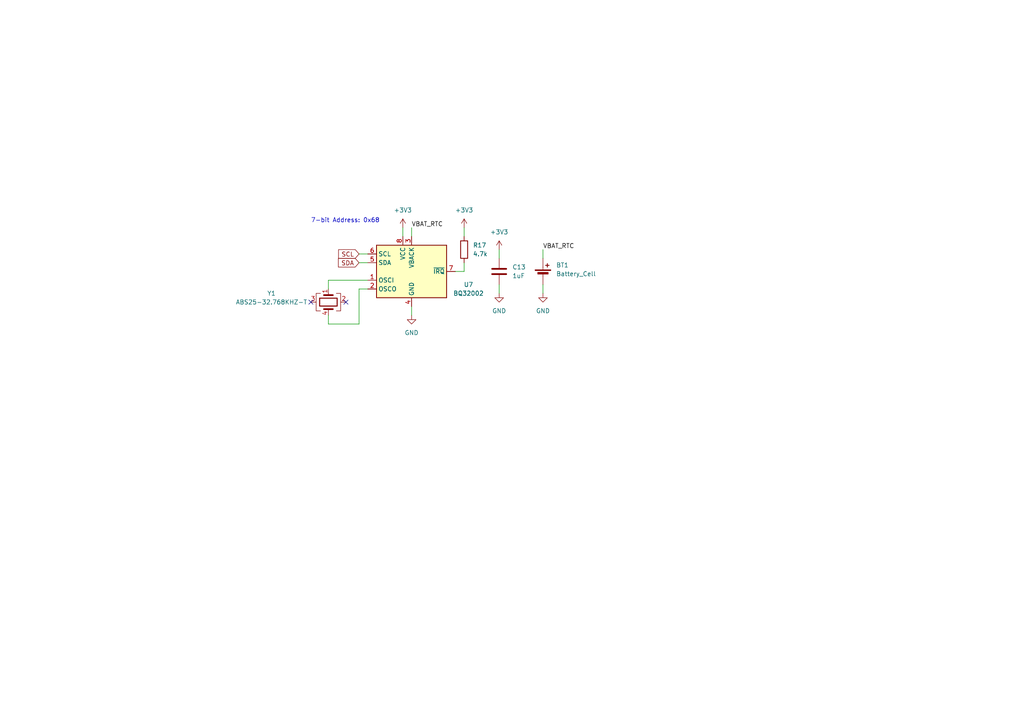
<source format=kicad_sch>
(kicad_sch (version 20231120) (generator "eeschema") (generator_version "8.0")
  (paper "A4")
  (lib_symbols
    (symbol "Device:Battery_Cell" (pin_numbers hide) (pin_names (offset 0) hide)
      (property "Reference" "BT" (at 2.54 2.54 0))
      (property "Value" "Battery_Cell" (at 2.54 0 0))
      (symbol "Battery_Cell_0_1"
        (rectangle (start -2.286 1.778) (end 2.286 1.524) (fill (type outline)))
        (rectangle (start -1.524 1.016) (end 1.524 0.508) (fill (type outline)))
        (polyline (pts (xy 0 0.762) (xy 0 0)))
        (polyline (pts (xy 0 1.778) (xy 0 2.54)))
        (polyline (pts (xy 0.762 3.048) (xy 1.778 3.048)) (stroke (width 0.254)))
        (polyline (pts (xy 1.27 3.556) (xy 1.27 2.54)) (stroke (width 0.254)))
      )
      (symbol "Battery_Cell_1_1"
        (pin passive line (at 0 5.08 270) (length 2.54) (name "+") (number "1"))
        (pin passive line (at 0 -2.54 90) (length 2.54) (name "-") (number "2"))
      )
    )
    (symbol "Device:C" (pin_numbers hide) (pin_names (offset 0.254))
      (property "Reference" "C" (at 0.635 2.54 0))
      (property "Value" "C" (at 0.635 -2.54 0))
      (symbol "C_0_1"
        (polyline (pts (xy -2.032 -0.762) (xy 2.032 -0.762)) (stroke (width 0.508)))
        (polyline (pts (xy -2.032 0.762) (xy 2.032 0.762)) (stroke (width 0.508)))
      )
      (symbol "C_1_1"
        (pin passive line (at 0 3.81 270) (length 2.794) (name "~") (number "1"))
        (pin passive line (at 0 -3.81 90) (length 2.794) (name "~") (number "2"))
      )
    )
    (symbol "Device:Crystal_GND23" (pin_names (offset 1.016) hide)
      (property "Reference" "Y" (at 3.175 5.08 0))
      (property "Value" "Crystal_GND23" (at 3.175 3.175 0))
      (symbol "Crystal_GND23_0_1"
        (rectangle (start -1.143 2.54) (end 1.143 -2.54) (stroke (width 0.3048)))
        (polyline (pts (xy -2.54 0) (xy -2.032 0)))
        (polyline (pts (xy -2.032 -1.27) (xy -2.032 1.27)) (stroke (width 0.508)))
        (polyline (pts (xy 0 -3.81) (xy 0 -3.556)))
        (polyline (pts (xy 0 3.556) (xy 0 3.81)))
        (polyline (pts (xy 2.032 -1.27) (xy 2.032 1.27)) (stroke (width 0.508)))
        (polyline (pts (xy 2.032 0) (xy 2.54 0)))
        (polyline (pts (xy -2.54 -2.286) (xy -2.54 -3.556) (xy 2.54 -3.556) (xy 2.54 -2.286)))
        (polyline (pts (xy -2.54 2.286) (xy -2.54 3.556) (xy 2.54 3.556) (xy 2.54 2.286)))
      )
      (symbol "Crystal_GND23_1_1"
        (pin passive line (at -3.81 0 0) (length 1.27) (name "1") (number "1"))
        (pin passive line (at 0 5.08 270) (length 1.27) (name "2") (number "2"))
        (pin passive line (at 0 -5.08 90) (length 1.27) (name "3") (number "3"))
        (pin passive line (at 3.81 0 180) (length 1.27) (name "4") (number "4"))
      )
    )
    (symbol "Device:R" (pin_numbers hide) (pin_names (offset 0))
      (property "Reference" "R" (at 2.032 0 90))
      (property "Value" "R" (at 0 0 90))
      (symbol "R_0_1"
        (rectangle (start -1.016 -2.54) (end 1.016 2.54) (stroke (width 0.254)))
      )
      (symbol "R_1_1"
        (pin passive line (at 0 3.81 270) (length 1.27) (name "~") (number "1"))
        (pin passive line (at 0 -3.81 90) (length 1.27) (name "~") (number "2"))
      )
    )
    (symbol "Timer_RTC:BQ32002"
      (property "Reference" "U" (at -8.89 8.89 0))
      (property "Value" "BQ32002" (at 1.27 8.89 0))
      (symbol "BQ32002_0_1"
        (rectangle (start -10.16 7.62) (end 10.16 -7.62) (stroke (width 0.254)) (fill (type background)))
      )
      (symbol "BQ32002_1_1"
        (pin input line (at -12.7 -2.54 0) (length 2.54) (name "OSCI") (number "1"))
        (pin input line (at -12.7 -5.08 0) (length 2.54) (name "OSCO") (number "2"))
        (pin power_in line (at 0 10.16 270) (length 2.54) (name "VBACK") (number "3"))
        (pin power_in line (at 0 -10.16 90) (length 2.54) (name "GND") (number "4"))
        (pin bidirectional line (at -12.7 2.54 0) (length 2.54) (name "SDA") (number "5"))
        (pin input line (at -12.7 5.08 0) (length 2.54) (name "SCL") (number "6"))
        (pin open_collector line (at 12.7 0 180) (length 2.54) (name "~{IRQ}") (number "7"))
        (pin power_in line (at -2.54 10.16 270) (length 2.54) (name "VCC") (number "8"))
      )
    )
    (symbol "power:+3V3" (power) (pin_names (offset 0))
      (property "Value" "+3V3" (at 0 3.556 0))
      (symbol "+3V3_0_1"
        (polyline (pts (xy -0.762 1.27) (xy 0 2.54)))
        (polyline (pts (xy 0 0) (xy 0 2.54)))
        (polyline (pts (xy 0 2.54) (xy 0.762 1.27)))
      )
      (symbol "+3V3_1_1"
        (pin power_in line (at 0 0 90) (length 0) hide (name "+3V3") (number "1"))
      )
    )
    (symbol "power:GND" (power) (pin_names (offset 0))
      (property "Value" "GND" (at 0 -3.81 0))
      (symbol "GND_0_1"
        (polyline (pts (xy 0 0) (xy 0 -1.27) (xy 1.27 -1.27) (xy 0 -2.54) (xy -1.27 -1.27) (xy 0 -1.27)))
      )
      (symbol "GND_1_1"
        (pin power_in line (at 0 0 270) (length 0) hide (name "GND") (number "1"))
      )
    )
  )
  (no_connect (at 100.33 87.63))
  (no_connect (at 90.17 87.63))
  (wire (pts (xy 106.68 83.82) (xy 104.14 83.82)))
  (wire (pts (xy 134.62 78.74) (xy 132.08 78.74)))
  (wire (pts (xy 95.25 83.82) (xy 95.25 81.28)))
  (wire (pts (xy 119.38 88.9) (xy 119.38 91.44)))
  (wire (pts (xy 116.84 66.04) (xy 116.84 68.58)))
  (wire (pts (xy 144.78 82.55) (xy 144.78 85.09)))
  (wire (pts (xy 134.62 76.2) (xy 134.62 78.74)))
  (wire (pts (xy 95.25 93.98) (xy 95.25 91.44)))
  (wire (pts (xy 104.14 73.66) (xy 106.68 73.66)))
  (wire (pts (xy 144.78 72.39) (xy 144.78 74.93)))
  (wire (pts (xy 119.38 66.04) (xy 119.38 68.58)))
  (wire (pts (xy 134.62 66.04) (xy 134.62 68.58)))
  (wire (pts (xy 157.48 82.55) (xy 157.48 85.09)))
  (wire (pts (xy 104.14 76.2) (xy 106.68 76.2)))
  (wire (pts (xy 104.14 93.98) (xy 95.25 93.98)))
  (wire (pts (xy 157.48 72.39) (xy 157.48 74.93)))
  (wire (pts (xy 95.25 81.28) (xy 106.68 81.28)))
  (wire (pts (xy 104.14 83.82) (xy 104.14 93.98)))
  (text "7-bit Address: 0x68" (at 90.17 64.77 0) (effects (font (size 1.27 1.27)) (justify left bottom)))
  (label "VBAT_RTC" (at 119.38 66.04 0))
  (label "VBAT_RTC" (at 157.48 72.39 0))
  (global_label "SCL" (shape input) (at 104.14 73.66 180) (property "Intersheetrefs" "${INTERSHEET_REFS}" (effects (hide yes))))
  (global_label "SDA" (shape input) (at 104.14 76.2 180) (property "Intersheetrefs" "${INTERSHEET_REFS}" (effects (hide yes))))
  (symbol (lib_id "Device:Battery_Cell") (at 157.48 80.01 0) (unit 1)
    (property "Reference" "BT1" (at 161.29 76.8985 0) (effects (justify left)))
    (property "Value" "Battery_Cell" (at 161.29 79.4385 0) (effects (justify left)))
    (property "Footprint" "Battery:BatteryHolder_Keystone_3000_1x12mm" (effects (hide yes)))
  )
  (symbol (lib_id "power:GND") (at 119.38 91.44 0) (unit 1)
    (property "Reference" "#PWR092" (effects (hide yes)))
    (property "Value" "GND" (at 119.38 96.52 0))
  )
  (symbol (lib_id "power:+3V3") (at 116.84 66.04 0) (unit 1)
    (property "Reference" "#PWR091" (effects (hide yes)))
    (property "Value" "+3V3" (at 116.84 60.96 0))
  )
  (symbol (lib_id "power:+3V3") (at 144.78 72.39 0) (unit 1)
    (property "Reference" "#PWR094" (effects (hide yes)))
    (property "Value" "+3V3" (at 144.78 67.31 0))
  )
  (symbol (lib_id "power:GND") (at 157.48 85.09 0) (unit 1)
    (property "Reference" "#PWR096" (effects (hide yes)))
    (property "Value" "GND" (at 157.48 90.17 0))
  )
  (symbol (lib_id "power:GND") (at 144.78 85.09 0) (unit 1)
    (property "Reference" "#PWR095" (effects (hide yes)))
    (property "Value" "GND" (at 144.78 90.17 0))
  )
  (symbol (lib_id "Device:Crystal_GND23") (at 95.25 87.63 270) (unit 1)
    (property "Reference" "Y1" (at 78.74 85.09 90))
    (property "Value" "ABS25-32.768KHZ-T" (at 78.74 87.63 90))
    (property "Footprint" "Crystal:Crystal_SMD_Abracon_ABS25-4Pin_8.0x3.8mm" (effects (hide yes)))
  )
  (symbol (lib_id "Device:R") (at 134.62 72.39 0) (unit 1)
    (property "Reference" "R17" (at 137.16 71.12 0) (effects (justify left)))
    (property "Value" "4.7k" (at 137.16 73.66 0) (effects (justify left)))
    (property "Footprint" "Resistor_SMD:R_0603_1608Metric_Pad0.98x0.95mm_HandSolder" (effects (hide yes)))
  )
  (symbol (lib_id "Timer_RTC:BQ32002") (at 119.38 78.74 0) (unit 1)
    (property "Reference" "U7" (at 135.89 82.55 0))
    (property "Value" "BQ32002" (at 135.89 85.09 0))
    (property "Footprint" "Package_SO:SOIC-8_3.9x4.9mm_P1.27mm" (effects (hide yes)))
    (property "Datasheet" "http://www.ti.com/lit/ds/symlink/bq32002.pdf" (effects (hide yes)))
  )
  (symbol (lib_id "Device:C") (at 144.78 78.74 0) (unit 1)
    (property "Reference" "C13" (at 148.59 77.47 0) (effects (justify left)))
    (property "Value" "1uF" (at 148.59 80.01 0) (effects (justify left)))
    (property "Footprint" "Capacitor_SMD:C_0603_1608Metric_Pad1.08x0.95mm_HandSolder" (effects (hide yes)))
  )
  (symbol (lib_id "power:+3V3") (at 134.62 66.04 0) (unit 1)
    (property "Reference" "#PWR093" (effects (hide yes)))
    (property "Value" "+3V3" (at 134.62 60.96 0))
  )
)
</source>
